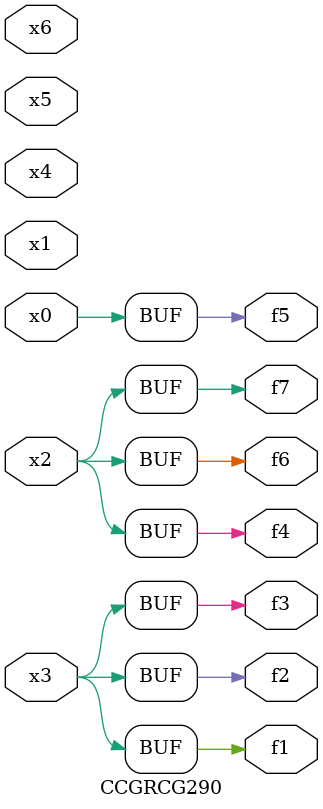
<source format=v>
module CCGRCG290(
	input x0, x1, x2, x3, x4, x5, x6,
	output f1, f2, f3, f4, f5, f6, f7
);
	assign f1 = x3;
	assign f2 = x3;
	assign f3 = x3;
	assign f4 = x2;
	assign f5 = x0;
	assign f6 = x2;
	assign f7 = x2;
endmodule

</source>
